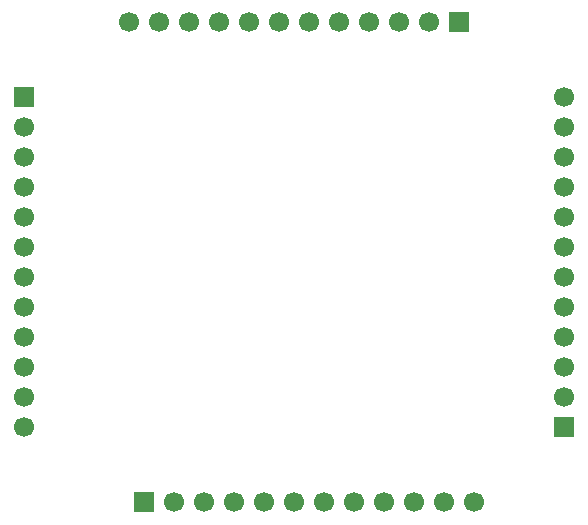
<source format=gbr>
%TF.GenerationSoftware,KiCad,Pcbnew,9.0.1*%
%TF.CreationDate,2025-08-21T20:12:05-04:00*%
%TF.ProjectId,STM32WL33CC1,53544d33-3257-44c3-9333-4343312e6b69,rev?*%
%TF.SameCoordinates,Original*%
%TF.FileFunction,Soldermask,Bot*%
%TF.FilePolarity,Negative*%
%FSLAX46Y46*%
G04 Gerber Fmt 4.6, Leading zero omitted, Abs format (unit mm)*
G04 Created by KiCad (PCBNEW 9.0.1) date 2025-08-21 20:12:05*
%MOMM*%
%LPD*%
G01*
G04 APERTURE LIST*
%ADD10C,1.700000*%
%ADD11R,1.700000X1.700000*%
G04 APERTURE END LIST*
D10*
%TO.C,J2*%
X163830000Y-97790000D03*
X161290000Y-97790000D03*
X158750000Y-97790000D03*
X156210000Y-97790000D03*
X153670000Y-97790000D03*
X151130000Y-97790000D03*
X148590000Y-97790000D03*
X146050000Y-97790000D03*
X143510000Y-97790000D03*
X140970000Y-97790000D03*
X138430000Y-97790000D03*
D11*
X135890000Y-97790000D03*
%TD*%
%TO.C,J4*%
X162560000Y-57150000D03*
D10*
X160020000Y-57150000D03*
X157480000Y-57150000D03*
X154940000Y-57150000D03*
X152400000Y-57150000D03*
X149860000Y-57150000D03*
X147320000Y-57150000D03*
X144780000Y-57150000D03*
X142240000Y-57150000D03*
X139700000Y-57150000D03*
X137160000Y-57150000D03*
X134620000Y-57150000D03*
%TD*%
D11*
%TO.C,J3*%
X171450000Y-91440000D03*
D10*
X171450000Y-88900000D03*
X171450000Y-86360000D03*
X171450000Y-83820000D03*
X171450000Y-81280000D03*
X171450000Y-78740000D03*
X171450000Y-76200000D03*
X171450000Y-73660000D03*
X171450000Y-71120000D03*
X171450000Y-68580000D03*
X171450000Y-66040000D03*
X171450000Y-63500000D03*
%TD*%
D11*
%TO.C,J1*%
X125730000Y-63500000D03*
D10*
X125730000Y-66040000D03*
X125730000Y-68580000D03*
X125730000Y-71120000D03*
X125730000Y-73660000D03*
X125730000Y-76200000D03*
X125730000Y-78740000D03*
X125730000Y-81280000D03*
X125730000Y-83820000D03*
X125730000Y-86360000D03*
X125730000Y-88900000D03*
X125730000Y-91440000D03*
%TD*%
M02*

</source>
